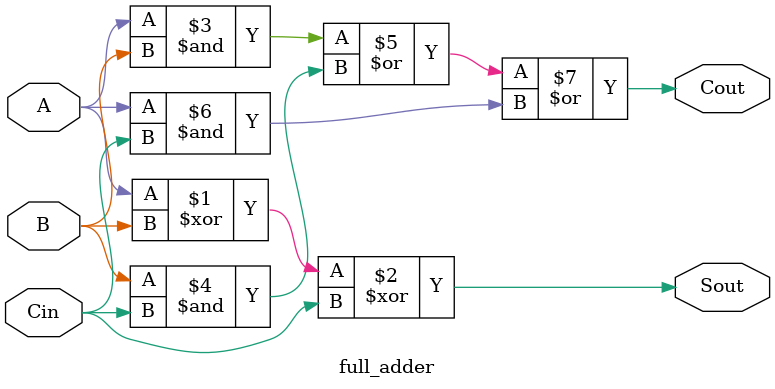
<source format=v>
`timescale 1ns / 1ps


module full_adder(
      input A,
      input B,
      input Cin,
      output Sout,
      output Cout
    );
    
    assign Sout = A^B^Cin;  //XOR
    assign Cout = (A&B)|(B&Cin)|(A&Cin); //carry out logic
endmodule

</source>
